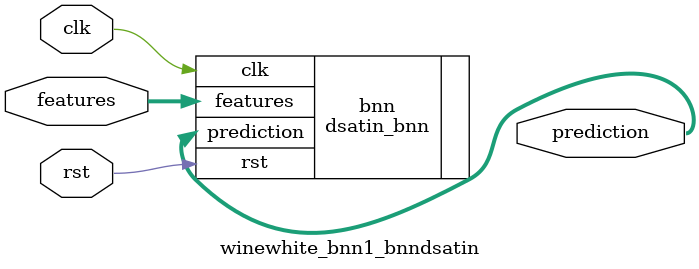
<source format=v>

















module winewhite_bnn1_bnndsatin #(

parameter FEAT_CNT = 11,
parameter HIDDEN_CNT = 40,
parameter FEAT_BITS = 4,
parameter CLASS_CNT = 7,
parameter TEST_CNT = 1000


  ) (
  input clk,
  input rst,
  input [FEAT_CNT*FEAT_BITS-1:0] features,
  output [$clog2(CLASS_CNT)-1:0] prediction
  );

  localparam Weights0 = 440'b00010101000000000100110001011111111100001000110010111000111101011010011001100010111100110011000010111110111001101101111011100100100101010010111001101100110001100100000010000100011001111001000101010111000101001100101000101100000110011111011111100011100111101111111000100110011101011110000110100011110011010110001110100100000101101110011001000000111010100011101011100100010011100101000101010011100110000100101000111101100110011111111111010110 ;
  localparam Weights1 = 280'b1100111000000011001100101100101011000111100011011110001100111111010011101101011100011011111010110001111101001110110101110000110111101010000011000100001011010011000011011110101100001111010011101101011100001101100010110001111111101110111001110000000011001010100110110101111011010110 ;
  localparam Widths = 320'h05060606060505060605050606060505050506050605060506060605060606060606050505060605 ;
  localparam Sature = 40'b1100011111100011110111010001010110111011 ;

  dsatin_bnn #(.FEAT_CNT(FEAT_CNT),.FEAT_BITS(FEAT_BITS),.HIDDEN_CNT(HIDDEN_CNT),.CLASS_CNT(CLASS_CNT),.Weights0(Weights0),.Weights1(Weights1),
    .WIDTHS(Widths), .SATURE(Sature)) bnn (
    .clk(clk),
    .rst(rst),
    .features(features),
    .prediction(prediction)
  );

endmodule

</source>
